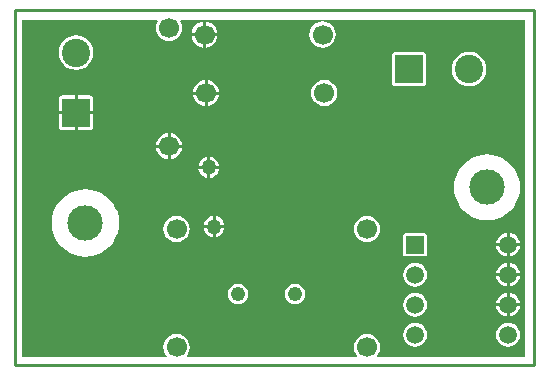
<source format=gbl>
G04 Layer_Physical_Order=2*
G04 Layer_Color=13278208*
%FSLAX44Y44*%
%MOMM*%
G71*
G01*
G75*
%ADD15C,0.2540*%
%ADD16C,1.7000*%
%ADD17C,3.0000*%
%ADD18R,2.4000X2.4000*%
%ADD19C,2.4000*%
%ADD20C,1.2192*%
%ADD21R,1.5000X1.5000*%
%ADD22C,1.5000*%
%ADD23R,2.4000X2.4000*%
%ADD24C,1.2700*%
G36*
X431800Y6350D02*
X307505D01*
X306879Y7620D01*
X308093Y9202D01*
X309206Y11888D01*
X309585Y14770D01*
X309206Y17652D01*
X308093Y20338D01*
X306324Y22644D01*
X304018Y24413D01*
X301332Y25526D01*
X298450Y25905D01*
X295568Y25526D01*
X292882Y24413D01*
X290576Y22644D01*
X288807Y20338D01*
X287694Y17652D01*
X287315Y14770D01*
X287694Y11888D01*
X288807Y9202D01*
X290021Y7620D01*
X289394Y6350D01*
X146215D01*
X145589Y7620D01*
X146803Y9202D01*
X147916Y11888D01*
X148295Y14770D01*
X147916Y17652D01*
X146803Y20338D01*
X145034Y22644D01*
X142728Y24413D01*
X140042Y25526D01*
X137160Y25905D01*
X134278Y25526D01*
X131592Y24413D01*
X129286Y22644D01*
X127517Y20338D01*
X126404Y17652D01*
X126025Y14770D01*
X126404Y11888D01*
X127517Y9202D01*
X128731Y7620D01*
X128104Y6350D01*
X6350D01*
Y292100D01*
X120945D01*
X121507Y290961D01*
X121167Y290518D01*
X120054Y287832D01*
X119675Y284950D01*
X120054Y282068D01*
X121167Y279382D01*
X122936Y277076D01*
X125242Y275307D01*
X127928Y274194D01*
X130810Y273815D01*
X133692Y274194D01*
X136378Y275307D01*
X138684Y277076D01*
X140453Y279382D01*
X141566Y282068D01*
X141945Y284950D01*
X141566Y287832D01*
X140453Y290518D01*
X140113Y290961D01*
X140675Y292100D01*
X431800D01*
Y6350D01*
D02*
G37*
%LPC*%
G36*
X416540Y100330D02*
X407851D01*
X408028Y98979D01*
X409040Y96537D01*
X410649Y94439D01*
X412747Y92830D01*
X415189Y91818D01*
X416540Y91641D01*
Y100330D01*
D02*
G37*
G36*
Y111559D02*
X415189Y111382D01*
X412747Y110370D01*
X410649Y108761D01*
X409040Y106663D01*
X408028Y104221D01*
X407851Y102870D01*
X416540D01*
Y111559D01*
D02*
G37*
G36*
X427769Y100330D02*
X419080D01*
Y91641D01*
X420431Y91818D01*
X422873Y92830D01*
X424971Y94439D01*
X426580Y96537D01*
X427592Y98979D01*
X427769Y100330D01*
D02*
G37*
G36*
X419080Y86159D02*
Y77470D01*
X427769D01*
X427592Y78821D01*
X426580Y81263D01*
X424971Y83361D01*
X422873Y84970D01*
X420431Y85982D01*
X419080Y86159D01*
D02*
G37*
G36*
X60000Y148547D02*
X55534Y148195D01*
X51178Y147150D01*
X47040Y145435D01*
X43221Y143095D01*
X39814Y140186D01*
X36905Y136779D01*
X34564Y132960D01*
X32850Y128821D01*
X31804Y124466D01*
X31453Y120000D01*
X31804Y115534D01*
X32850Y111179D01*
X34564Y107040D01*
X36905Y103221D01*
X39814Y99814D01*
X43221Y96905D01*
X47040Y94564D01*
X51178Y92850D01*
X55534Y91804D01*
X60000Y91453D01*
X64466Y91804D01*
X68822Y92850D01*
X72960Y94564D01*
X76779Y96905D01*
X80186Y99814D01*
X83095Y103221D01*
X85436Y107040D01*
X87150Y111179D01*
X88196Y115534D01*
X88547Y120000D01*
X88196Y124466D01*
X87150Y128821D01*
X85436Y132960D01*
X83095Y136779D01*
X80186Y140186D01*
X76779Y143095D01*
X72960Y145435D01*
X68822Y147150D01*
X64466Y148195D01*
X60000Y148547D01*
D02*
G37*
G36*
X346610Y111690D02*
X331610D01*
X330619Y111493D01*
X329779Y110931D01*
X329217Y110091D01*
X329020Y109100D01*
Y94100D01*
X329217Y93109D01*
X329779Y92269D01*
X330619Y91707D01*
X331610Y91510D01*
X346610D01*
X347601Y91707D01*
X348441Y92269D01*
X349003Y93109D01*
X349200Y94100D01*
Y109100D01*
X349003Y110091D01*
X348441Y110931D01*
X347601Y111493D01*
X346610Y111690D01*
D02*
G37*
G36*
X419080Y111559D02*
Y102870D01*
X427769D01*
X427592Y104221D01*
X426580Y106663D01*
X424971Y108761D01*
X422873Y110370D01*
X420431Y111382D01*
X419080Y111559D01*
D02*
G37*
G36*
X177710Y115570D02*
X170180D01*
Y108041D01*
X171231Y108179D01*
X173393Y109075D01*
X175250Y110500D01*
X176675Y112357D01*
X177571Y114519D01*
X177710Y115570D01*
D02*
G37*
G36*
X167640Y125639D02*
X166589Y125501D01*
X164427Y124605D01*
X162570Y123180D01*
X161145Y121323D01*
X160249Y119161D01*
X160110Y118110D01*
X167640D01*
Y125639D01*
D02*
G37*
G36*
X170180D02*
Y118110D01*
X177710D01*
X177571Y119161D01*
X176675Y121323D01*
X175250Y123180D01*
X173393Y124605D01*
X171231Y125501D01*
X170180Y125639D01*
D02*
G37*
G36*
X137160Y125905D02*
X134278Y125526D01*
X131592Y124413D01*
X129286Y122644D01*
X127517Y120338D01*
X126404Y117652D01*
X126025Y114770D01*
X126404Y111888D01*
X127517Y109202D01*
X129286Y106896D01*
X131592Y105127D01*
X134278Y104014D01*
X137160Y103635D01*
X140042Y104014D01*
X142728Y105127D01*
X145034Y106896D01*
X146803Y109202D01*
X147916Y111888D01*
X148295Y114770D01*
X147916Y117652D01*
X146803Y120338D01*
X145034Y122644D01*
X142728Y124413D01*
X140042Y125526D01*
X137160Y125905D01*
D02*
G37*
G36*
X298450D02*
X295568Y125526D01*
X292882Y124413D01*
X290576Y122644D01*
X288807Y120338D01*
X287694Y117652D01*
X287315Y114770D01*
X287694Y111888D01*
X288807Y109202D01*
X290576Y106896D01*
X292882Y105127D01*
X295568Y104014D01*
X298450Y103635D01*
X301332Y104014D01*
X304018Y105127D01*
X306324Y106896D01*
X308093Y109202D01*
X309206Y111888D01*
X309585Y114770D01*
X309206Y117652D01*
X308093Y120338D01*
X306324Y122644D01*
X304018Y124413D01*
X301332Y125526D01*
X298450Y125905D01*
D02*
G37*
G36*
X167640Y115570D02*
X160110D01*
X160249Y114519D01*
X161145Y112357D01*
X162570Y110500D01*
X164427Y109075D01*
X166589Y108179D01*
X167640Y108041D01*
Y115570D01*
D02*
G37*
G36*
X416540Y49530D02*
X407851D01*
X408028Y48179D01*
X409040Y45737D01*
X410649Y43639D01*
X412747Y42030D01*
X415189Y41018D01*
X416540Y40841D01*
Y49530D01*
D02*
G37*
G36*
X427769D02*
X419080D01*
Y40841D01*
X420431Y41018D01*
X422873Y42030D01*
X424971Y43639D01*
X426580Y45737D01*
X427592Y48179D01*
X427769Y49530D01*
D02*
G37*
G36*
X189230Y68401D02*
X186975Y68104D01*
X184875Y67234D01*
X183071Y65849D01*
X181686Y64045D01*
X180816Y61944D01*
X180520Y59690D01*
X180816Y57435D01*
X181686Y55335D01*
X183071Y53531D01*
X184875Y52147D01*
X186975Y51276D01*
X189230Y50979D01*
X191485Y51276D01*
X193585Y52147D01*
X195389Y53531D01*
X196773Y55335D01*
X197644Y57435D01*
X197941Y59690D01*
X197644Y61944D01*
X196773Y64045D01*
X195389Y65849D01*
X193585Y67234D01*
X191485Y68104D01*
X189230Y68401D01*
D02*
G37*
G36*
X339110Y35527D02*
X336489Y35182D01*
X334047Y34170D01*
X331949Y32561D01*
X330340Y30463D01*
X329328Y28021D01*
X328983Y25400D01*
X329328Y22779D01*
X330340Y20337D01*
X331949Y18239D01*
X334047Y16630D01*
X336489Y15618D01*
X339110Y15273D01*
X341731Y15618D01*
X344173Y16630D01*
X346271Y18239D01*
X347880Y20337D01*
X348892Y22779D01*
X349237Y25400D01*
X348892Y28021D01*
X347880Y30463D01*
X346271Y32561D01*
X344173Y34170D01*
X341731Y35182D01*
X339110Y35527D01*
D02*
G37*
G36*
X417810D02*
X415189Y35182D01*
X412747Y34170D01*
X410649Y32561D01*
X409040Y30463D01*
X408028Y28021D01*
X407683Y25400D01*
X408028Y22779D01*
X409040Y20337D01*
X410649Y18239D01*
X412747Y16630D01*
X415189Y15618D01*
X417810Y15273D01*
X420431Y15618D01*
X422873Y16630D01*
X424971Y18239D01*
X426580Y20337D01*
X427592Y22779D01*
X427937Y25400D01*
X427592Y28021D01*
X426580Y30463D01*
X424971Y32561D01*
X422873Y34170D01*
X420431Y35182D01*
X417810Y35527D01*
D02*
G37*
G36*
X339110Y60927D02*
X336489Y60582D01*
X334047Y59570D01*
X331949Y57961D01*
X330340Y55863D01*
X329328Y53421D01*
X328983Y50800D01*
X329328Y48179D01*
X330340Y45737D01*
X331949Y43639D01*
X334047Y42030D01*
X336489Y41018D01*
X339110Y40673D01*
X341731Y41018D01*
X344173Y42030D01*
X346271Y43639D01*
X347880Y45737D01*
X348892Y48179D01*
X349237Y50800D01*
X348892Y53421D01*
X347880Y55863D01*
X346271Y57961D01*
X344173Y59570D01*
X341731Y60582D01*
X339110Y60927D01*
D02*
G37*
G36*
X237490Y68401D02*
X235236Y68104D01*
X233135Y67234D01*
X231331Y65849D01*
X229946Y64045D01*
X229076Y61944D01*
X228780Y59690D01*
X229076Y57435D01*
X229946Y55335D01*
X231331Y53531D01*
X233135Y52147D01*
X235236Y51276D01*
X237490Y50979D01*
X239744Y51276D01*
X241845Y52147D01*
X243649Y53531D01*
X245033Y55335D01*
X245904Y57435D01*
X246201Y59690D01*
X245904Y61944D01*
X245033Y64045D01*
X243649Y65849D01*
X241845Y67234D01*
X239744Y68104D01*
X237490Y68401D01*
D02*
G37*
G36*
X416540Y74930D02*
X407851D01*
X408028Y73579D01*
X409040Y71137D01*
X410649Y69039D01*
X412747Y67430D01*
X415189Y66418D01*
X416540Y66241D01*
Y74930D01*
D02*
G37*
G36*
X427769D02*
X419080D01*
Y66241D01*
X420431Y66418D01*
X422873Y67430D01*
X424971Y69039D01*
X426580Y71137D01*
X427592Y73579D01*
X427769Y74930D01*
D02*
G37*
G36*
X416540Y86159D02*
X415189Y85982D01*
X412747Y84970D01*
X410649Y83361D01*
X409040Y81263D01*
X408028Y78821D01*
X407851Y77470D01*
X416540D01*
Y86159D01*
D02*
G37*
G36*
Y60759D02*
X415189Y60582D01*
X412747Y59570D01*
X410649Y57961D01*
X409040Y55863D01*
X408028Y53421D01*
X407851Y52070D01*
X416540D01*
Y60759D01*
D02*
G37*
G36*
X419080D02*
Y52070D01*
X427769D01*
X427592Y53421D01*
X426580Y55863D01*
X424971Y57961D01*
X422873Y59570D01*
X420431Y60582D01*
X419080Y60759D01*
D02*
G37*
G36*
X339110Y86327D02*
X336489Y85982D01*
X334047Y84970D01*
X331949Y83361D01*
X330340Y81263D01*
X329328Y78821D01*
X328983Y76200D01*
X329328Y73579D01*
X330340Y71137D01*
X331949Y69039D01*
X334047Y67430D01*
X336489Y66418D01*
X339110Y66073D01*
X341731Y66418D01*
X344173Y67430D01*
X346271Y69039D01*
X347880Y71137D01*
X348892Y73579D01*
X349237Y76200D01*
X348892Y78821D01*
X347880Y81263D01*
X346271Y83361D01*
X344173Y84970D01*
X341731Y85982D01*
X339110Y86327D01*
D02*
G37*
G36*
X160820Y240838D02*
X159208Y240626D01*
X156522Y239513D01*
X154216Y237744D01*
X152447Y235438D01*
X151334Y232752D01*
X151122Y231140D01*
X160820D01*
Y240838D01*
D02*
G37*
G36*
X163360D02*
Y231140D01*
X173058D01*
X172846Y232752D01*
X171733Y235438D01*
X169964Y237744D01*
X167658Y239513D01*
X164972Y240626D01*
X163360Y240838D01*
D02*
G37*
G36*
X384810Y264855D02*
X381014Y264356D01*
X377477Y262891D01*
X374440Y260560D01*
X372109Y257523D01*
X370644Y253986D01*
X370145Y250190D01*
X370644Y246394D01*
X372109Y242857D01*
X374440Y239820D01*
X377477Y237489D01*
X381014Y236024D01*
X384810Y235525D01*
X388606Y236024D01*
X392143Y237489D01*
X395180Y239820D01*
X397511Y242857D01*
X398976Y246394D01*
X399476Y250190D01*
X398976Y253986D01*
X397511Y257523D01*
X395180Y260560D01*
X392143Y262891D01*
X388606Y264356D01*
X384810Y264855D01*
D02*
G37*
G36*
X262090Y241005D02*
X259208Y240626D01*
X256522Y239513D01*
X254216Y237744D01*
X252447Y235438D01*
X251334Y232752D01*
X250955Y229870D01*
X251334Y226988D01*
X252447Y224302D01*
X254216Y221996D01*
X256522Y220227D01*
X259208Y219114D01*
X262090Y218735D01*
X264972Y219114D01*
X267658Y220227D01*
X269964Y221996D01*
X271733Y224302D01*
X272846Y226988D01*
X273225Y229870D01*
X272846Y232752D01*
X271733Y235438D01*
X269964Y237744D01*
X267658Y239513D01*
X264972Y240626D01*
X262090Y241005D01*
D02*
G37*
G36*
X160820Y228600D02*
X151122D01*
X151334Y226988D01*
X152447Y224302D01*
X154216Y221996D01*
X156522Y220227D01*
X159208Y219114D01*
X160820Y218902D01*
Y228600D01*
D02*
G37*
G36*
X173058D02*
X163360D01*
Y218902D01*
X164972Y219114D01*
X167658Y220227D01*
X169964Y221996D01*
X171733Y224302D01*
X172846Y226988D01*
X173058Y228600D01*
D02*
G37*
G36*
X346010Y264780D02*
X322010D01*
X321019Y264583D01*
X320179Y264021D01*
X319617Y263181D01*
X319420Y262190D01*
Y238190D01*
X319617Y237199D01*
X320179Y236359D01*
X321019Y235797D01*
X322010Y235600D01*
X346010D01*
X347001Y235797D01*
X347841Y236359D01*
X348403Y237199D01*
X348600Y238190D01*
Y262190D01*
X348403Y263181D01*
X347841Y264021D01*
X347001Y264583D01*
X346010Y264780D01*
D02*
G37*
G36*
X171788Y278130D02*
X162090D01*
Y268432D01*
X163702Y268644D01*
X166388Y269757D01*
X168694Y271526D01*
X170463Y273832D01*
X171576Y276518D01*
X171788Y278130D01*
D02*
G37*
G36*
X159550Y290368D02*
X157938Y290156D01*
X155252Y289043D01*
X152946Y287274D01*
X151177Y284968D01*
X150064Y282282D01*
X149852Y280670D01*
X159550D01*
Y290368D01*
D02*
G37*
G36*
X162090D02*
Y280670D01*
X171788D01*
X171576Y282282D01*
X170463Y284968D01*
X168694Y287274D01*
X166388Y289043D01*
X163702Y290156D01*
X162090Y290368D01*
D02*
G37*
G36*
X52070Y278825D02*
X48274Y278326D01*
X44737Y276861D01*
X41700Y274530D01*
X39369Y271493D01*
X37904Y267956D01*
X37404Y264160D01*
X37904Y260364D01*
X39369Y256827D01*
X41700Y253790D01*
X44737Y251459D01*
X48274Y249994D01*
X52070Y249494D01*
X55866Y249994D01*
X59403Y251459D01*
X62440Y253790D01*
X64771Y256827D01*
X66236Y260364D01*
X66736Y264160D01*
X66236Y267956D01*
X64771Y271493D01*
X62440Y274530D01*
X59403Y276861D01*
X55866Y278326D01*
X52070Y278825D01*
D02*
G37*
G36*
X260820Y290535D02*
X257938Y290156D01*
X255252Y289043D01*
X252946Y287274D01*
X251177Y284968D01*
X250064Y282282D01*
X249685Y279400D01*
X250064Y276518D01*
X251177Y273832D01*
X252946Y271526D01*
X255252Y269757D01*
X257938Y268644D01*
X260820Y268265D01*
X263702Y268644D01*
X266388Y269757D01*
X268694Y271526D01*
X270463Y273832D01*
X271576Y276518D01*
X271955Y279400D01*
X271576Y282282D01*
X270463Y284968D01*
X268694Y287274D01*
X266388Y289043D01*
X263702Y290156D01*
X260820Y290535D01*
D02*
G37*
G36*
X159550Y278130D02*
X149852D01*
X150064Y276518D01*
X151177Y273832D01*
X152946Y271526D01*
X155252Y269757D01*
X157938Y268644D01*
X159550Y268432D01*
Y278130D01*
D02*
G37*
G36*
X163220Y175830D02*
X162169Y175691D01*
X160007Y174795D01*
X158150Y173370D01*
X156725Y171513D01*
X155829Y169351D01*
X155690Y168300D01*
X163220D01*
Y175830D01*
D02*
G37*
G36*
X165760D02*
Y168300D01*
X173290D01*
X173151Y169351D01*
X172255Y171513D01*
X170830Y173370D01*
X168973Y174795D01*
X166811Y175691D01*
X165760Y175830D01*
D02*
G37*
G36*
X129540Y183680D02*
X119842D01*
X120054Y182068D01*
X121167Y179382D01*
X122936Y177076D01*
X125242Y175307D01*
X127928Y174194D01*
X129540Y173982D01*
Y183680D01*
D02*
G37*
G36*
X400000Y177947D02*
X395628Y177603D01*
X391364Y176579D01*
X387313Y174901D01*
X383573Y172609D01*
X380239Y169761D01*
X377391Y166427D01*
X375099Y162687D01*
X373421Y158636D01*
X372397Y154372D01*
X372053Y150000D01*
X372397Y145628D01*
X373421Y141364D01*
X375099Y137312D01*
X377391Y133573D01*
X380239Y130239D01*
X383573Y127391D01*
X387313Y125099D01*
X391364Y123421D01*
X395628Y122397D01*
X400000Y122053D01*
X404372Y122397D01*
X408636Y123421D01*
X412687Y125099D01*
X416427Y127391D01*
X419761Y130239D01*
X422609Y133573D01*
X424901Y137312D01*
X426579Y141364D01*
X427603Y145628D01*
X427947Y150000D01*
X427603Y154372D01*
X426579Y158636D01*
X424901Y162687D01*
X422609Y166427D01*
X419761Y169761D01*
X416427Y172609D01*
X412687Y174901D01*
X408636Y176579D01*
X404372Y177603D01*
X400000Y177947D01*
D02*
G37*
G36*
X163220Y165760D02*
X155690D01*
X155829Y164709D01*
X156725Y162547D01*
X158150Y160690D01*
X160007Y159265D01*
X162169Y158369D01*
X163220Y158230D01*
Y165760D01*
D02*
G37*
G36*
X173290D02*
X165760D01*
Y158230D01*
X166811Y158369D01*
X168973Y159265D01*
X170830Y160690D01*
X172255Y162547D01*
X173151Y164709D01*
X173290Y165760D01*
D02*
G37*
G36*
X141778Y183680D02*
X132080D01*
Y173982D01*
X133692Y174194D01*
X136378Y175307D01*
X138684Y177076D01*
X140453Y179382D01*
X141566Y182068D01*
X141778Y183680D01*
D02*
G37*
G36*
X66660Y212090D02*
X53340D01*
Y198770D01*
X64070D01*
X65061Y198967D01*
X65901Y199529D01*
X66463Y200369D01*
X66660Y201360D01*
Y212090D01*
D02*
G37*
G36*
X50800Y227950D02*
X40070D01*
X39079Y227753D01*
X38239Y227191D01*
X37677Y226351D01*
X37480Y225360D01*
Y214630D01*
X50800D01*
Y227950D01*
D02*
G37*
G36*
X64070D02*
X53340D01*
Y214630D01*
X66660D01*
Y225360D01*
X66463Y226351D01*
X65901Y227191D01*
X65061Y227753D01*
X64070Y227950D01*
D02*
G37*
G36*
X129540Y195918D02*
X127928Y195706D01*
X125242Y194593D01*
X122936Y192824D01*
X121167Y190518D01*
X120054Y187832D01*
X119842Y186220D01*
X129540D01*
Y195918D01*
D02*
G37*
G36*
X132080D02*
Y186220D01*
X141778D01*
X141566Y187832D01*
X140453Y190518D01*
X138684Y192824D01*
X136378Y194593D01*
X133692Y195706D01*
X132080Y195918D01*
D02*
G37*
G36*
X50800Y212090D02*
X37480D01*
Y201360D01*
X37677Y200369D01*
X38239Y199529D01*
X39079Y198967D01*
X40070Y198770D01*
X50800D01*
Y212090D01*
D02*
G37*
%LPD*%
D15*
X0Y0D02*
X440000D01*
Y300000D01*
X0D02*
X440000D01*
X0Y0D02*
Y300000D01*
D16*
X137160Y14770D02*
D03*
Y114770D02*
D03*
X298450Y14770D02*
D03*
Y114770D02*
D03*
X130810Y284950D02*
D03*
Y184950D02*
D03*
X260820Y279400D02*
D03*
X160820D02*
D03*
X262090Y229870D02*
D03*
X162090D02*
D03*
D17*
X400000Y150000D02*
D03*
X60000Y120000D02*
D03*
D18*
X52070Y213360D02*
D03*
D19*
Y264160D02*
D03*
X384810Y250190D02*
D03*
D20*
X189230Y59690D02*
D03*
X237490D02*
D03*
D21*
X339110Y101600D02*
D03*
D22*
Y76200D02*
D03*
Y50800D02*
D03*
Y25400D02*
D03*
X417810D02*
D03*
Y50800D02*
D03*
Y76200D02*
D03*
Y101600D02*
D03*
D23*
X334010Y250190D02*
D03*
D24*
X168910Y116840D02*
D03*
X164490Y167030D02*
D03*
M02*

</source>
